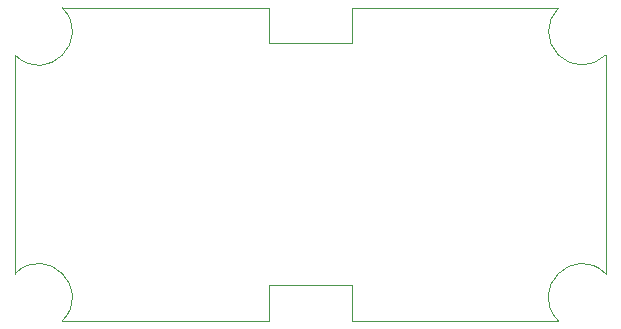
<source format=gbr>
G04 #@! TF.GenerationSoftware,KiCad,Pcbnew,(6.0.1-0)*
G04 #@! TF.CreationDate,2022-03-09T23:30:53+00:00*
G04 #@! TF.ProjectId,sharpkey,73686172-706b-4657-992e-6b696361645f,1.3*
G04 #@! TF.SameCoordinates,Original*
G04 #@! TF.FileFunction,Profile,NP*
%FSLAX46Y46*%
G04 Gerber Fmt 4.6, Leading zero omitted, Abs format (unit mm)*
G04 Created by KiCad (PCBNEW (6.0.1-0)) date 2022-03-09 23:30:53*
%MOMM*%
%LPD*%
G01*
G04 APERTURE LIST*
G04 #@! TA.AperFunction,Profile*
%ADD10C,0.050000*%
G04 #@! TD*
G04 APERTURE END LIST*
D10*
X50000000Y-84000000D02*
X50000000Y-102500000D01*
X78500000Y-80000000D02*
X96000000Y-80000000D01*
X54000000Y-106500000D02*
X71500000Y-106500000D01*
X78500000Y-106500000D02*
X96000000Y-106500000D01*
X71500000Y-103500000D02*
X78500000Y-103500000D01*
X78500000Y-106500000D02*
X78500000Y-103500000D01*
X71500000Y-83000000D02*
X71500000Y-80000000D01*
X78500000Y-83000000D02*
X78500000Y-80000000D01*
X71500000Y-83000000D02*
X78500000Y-83000000D01*
X54000001Y-106500002D02*
G75*
G03*
X50000001Y-102500002I-2000000J2000000D01*
G01*
X100000000Y-102500000D02*
G75*
G03*
X96000000Y-106500000I-2000000J-2000000D01*
G01*
X96000000Y-80000000D02*
G75*
G03*
X100000000Y-84000000I2000000J-2000000D01*
G01*
X71500000Y-106500000D02*
X71500000Y-103500000D01*
X54000000Y-80000000D02*
X71500000Y-80000000D01*
X50000000Y-84000000D02*
G75*
G03*
X54000000Y-80000000I2000000J2000000D01*
G01*
X100000000Y-84000000D02*
X100000000Y-102500000D01*
M02*

</source>
